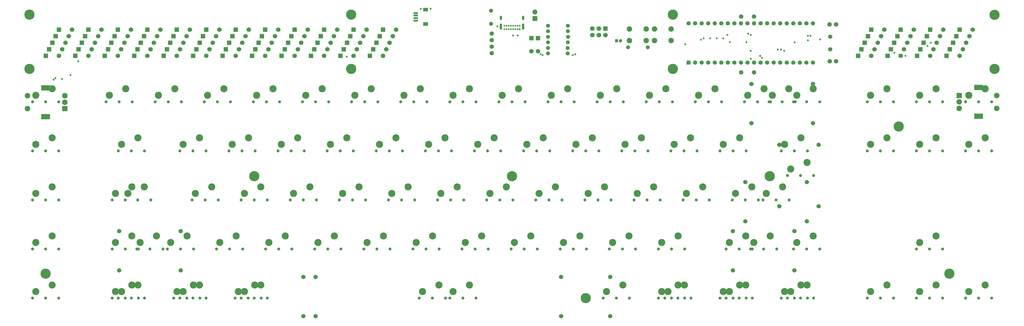
<source format=gbr>
%TF.GenerationSoftware,Altium Limited,Altium Designer,22.1.2 (22)*%
G04 Layer_Color=16711935*
%FSLAX26Y26*%
%MOIN*%
%TF.SameCoordinates,6AB8E791-3C66-40CF-9B94-9E67D8B32DB7*%
%TF.FilePolarity,Negative*%
%TF.FileFunction,Soldermask,Bot*%
%TF.Part,Single*%
G01*
G75*
%TA.AperFunction,ComponentPad*%
%ADD23C,0.025591*%
G04:AMPARAMS|DCode=24|XSize=35.433mil|YSize=94.488mil|CornerRadius=17.716mil|HoleSize=0mil|Usage=FLASHONLY|Rotation=180.000|XOffset=0mil|YOffset=0mil|HoleType=Round|Shape=RoundedRectangle|*
%AMROUNDEDRECTD24*
21,1,0.035433,0.059055,0,0,180.0*
21,1,0.000000,0.094488,0,0,180.0*
1,1,0.035433,0.000000,0.029528*
1,1,0.035433,0.000000,0.029528*
1,1,0.035433,0.000000,-0.029528*
1,1,0.035433,0.000000,-0.029528*
%
%ADD24ROUNDEDRECTD24*%
G04:AMPARAMS|DCode=25|XSize=35.433mil|YSize=66.929mil|CornerRadius=17.716mil|HoleSize=0mil|Usage=FLASHONLY|Rotation=180.000|XOffset=0mil|YOffset=0mil|HoleType=Round|Shape=RoundedRectangle|*
%AMROUNDEDRECTD25*
21,1,0.035433,0.031496,0,0,180.0*
21,1,0.000000,0.066929,0,0,180.0*
1,1,0.035433,0.000000,0.015748*
1,1,0.035433,0.000000,0.015748*
1,1,0.035433,0.000000,-0.015748*
1,1,0.035433,0.000000,-0.015748*
%
%ADD25ROUNDEDRECTD25*%
%ADD26R,0.025591X0.025591*%
%TA.AperFunction,SMDPad,CuDef*%
%ADD43R,0.076772X0.053150*%
%ADD44R,0.066929X0.029528*%
%TA.AperFunction,ComponentPad*%
%ADD45C,0.065906*%
%ADD46C,0.045276*%
%ADD47C,0.108000*%
%ADD48R,0.068898X0.068898*%
G04:AMPARAMS|DCode=49|XSize=68.898mil|YSize=68.898mil|CornerRadius=34.449mil|HoleSize=0mil|Usage=FLASHONLY|Rotation=0.000|XOffset=0mil|YOffset=0mil|HoleType=Round|Shape=RoundedRectangle|*
%AMROUNDEDRECTD49*
21,1,0.068898,0.000000,0,0,0.0*
21,1,0.000000,0.068898,0,0,0.0*
1,1,0.068898,0.000000,0.000000*
1,1,0.068898,0.000000,0.000000*
1,1,0.068898,0.000000,0.000000*
1,1,0.068898,0.000000,0.000000*
%
%ADD49ROUNDEDRECTD49*%
%ADD50R,0.084646X0.084646*%
%ADD51C,0.084646*%
%ADD52R,0.131890X0.084646*%
%ADD53C,0.155906*%
%ADD54C,0.064961*%
%ADD55R,0.064961X0.064961*%
%ADD56C,0.061024*%
G04:AMPARAMS|DCode=57|XSize=61.024mil|YSize=61.024mil|CornerRadius=30.512mil|HoleSize=0mil|Usage=FLASHONLY|Rotation=180.000|XOffset=0mil|YOffset=0mil|HoleType=Round|Shape=RoundedRectangle|*
%AMROUNDEDRECTD57*
21,1,0.061024,0.000000,0,0,180.0*
21,1,0.000000,0.061024,0,0,180.0*
1,1,0.061024,0.000000,0.000000*
1,1,0.061024,0.000000,0.000000*
1,1,0.061024,0.000000,0.000000*
1,1,0.061024,0.000000,0.000000*
%
%ADD57ROUNDEDRECTD57*%
%ADD58C,0.076772*%
%ADD59R,0.076772X0.076772*%
%ADD60C,0.068898*%
%ADD61C,0.067008*%
%ADD62C,0.059134*%
G04:AMPARAMS|DCode=63|XSize=59.134mil|YSize=59.134mil|CornerRadius=29.567mil|HoleSize=0mil|Usage=FLASHONLY|Rotation=180.000|XOffset=0mil|YOffset=0mil|HoleType=Round|Shape=RoundedRectangle|*
%AMROUNDEDRECTD63*
21,1,0.059134,0.000000,0,0,180.0*
21,1,0.000000,0.059134,0,0,180.0*
1,1,0.059134,0.000000,0.000000*
1,1,0.059134,0.000000,0.000000*
1,1,0.059134,0.000000,0.000000*
1,1,0.059134,0.000000,0.000000*
%
%ADD63ROUNDEDRECTD63*%
%ADD64C,0.082756*%
%ADD65R,0.068898X0.068898*%
G04:AMPARAMS|DCode=66|XSize=68.898mil|YSize=68.898mil|CornerRadius=34.449mil|HoleSize=0mil|Usage=FLASHONLY|Rotation=270.000|XOffset=0mil|YOffset=0mil|HoleType=Round|Shape=RoundedRectangle|*
%AMROUNDEDRECTD66*
21,1,0.068898,0.000000,0,0,270.0*
21,1,0.000000,0.068898,0,0,270.0*
1,1,0.068898,0.000000,0.000000*
1,1,0.068898,0.000000,0.000000*
1,1,0.068898,0.000000,0.000000*
1,1,0.068898,0.000000,0.000000*
%
%ADD66ROUNDEDRECTD66*%
%ADD67R,0.070945X0.070945*%
%ADD68C,0.070945*%
%ADD69C,0.051260*%
%ADD70R,0.051260X0.051260*%
%TA.AperFunction,ViaPad*%
%ADD71C,0.029528*%
D23*
X9031732Y4491536D02*
D03*
X8998268D02*
D03*
X9098662Y4544686D02*
D03*
X9132126D02*
D03*
X9065196D02*
D03*
X8964804D02*
D03*
X9031732D02*
D03*
X8998268D02*
D03*
X8964804Y4491536D02*
D03*
X9098662D02*
D03*
X9065196D02*
D03*
X8931338Y4544686D02*
D03*
X8897874Y4491536D02*
D03*
Y4544686D02*
D03*
X8931338Y4491536D02*
D03*
D24*
X9185276Y4530118D02*
D03*
X8844724D02*
D03*
D25*
X9185276Y4663190D02*
D03*
X8844724D02*
D03*
D26*
X9132126Y4491536D02*
D03*
D43*
X7695559Y4569709D02*
D03*
Y4790181D02*
D03*
D44*
X7543000Y4739000D02*
D03*
Y4699630D02*
D03*
Y4660260D02*
D03*
Y4620890D02*
D03*
D45*
X6015250Y106000D02*
D03*
Y706000D02*
D03*
X10515250Y106000D02*
D03*
Y706000D02*
D03*
X12389000Y806000D02*
D03*
Y1406000D02*
D03*
X13329000Y806000D02*
D03*
Y1406000D02*
D03*
X13516500Y2156000D02*
D03*
Y1556000D02*
D03*
X12576500D02*
D03*
Y2156000D02*
D03*
X13610250Y3656000D02*
D03*
Y3056000D02*
D03*
X12670250Y3656000D02*
D03*
Y3056000D02*
D03*
X9765004Y706000D02*
D03*
Y106000D02*
D03*
X5827996Y706000D02*
D03*
Y106000D02*
D03*
X8703976Y4125000D02*
D03*
Y4225000D02*
D03*
Y4325000D02*
D03*
Y4425000D02*
D03*
X3954000Y1406000D02*
D03*
Y806000D02*
D03*
X3014000Y1406000D02*
D03*
Y806000D02*
D03*
X13696500Y2726000D02*
D03*
Y1786000D02*
D03*
X13096500Y2726000D02*
D03*
Y1786000D02*
D03*
D46*
X8065250Y381000D02*
D03*
X8465250D02*
D03*
X8265250D02*
D03*
X12659000Y1131000D02*
D03*
X12859000D02*
D03*
X13059000D02*
D03*
X13315000D02*
D03*
X13715000D02*
D03*
X13515000D02*
D03*
X12485000D02*
D03*
X12685000D02*
D03*
X12285000D02*
D03*
X8265236Y3381000D02*
D03*
X8065236D02*
D03*
X8465236D02*
D03*
X15190250Y1131000D02*
D03*
X15390250D02*
D03*
X15590250D02*
D03*
X12846500Y1881000D02*
D03*
X13246500D02*
D03*
X13046500D02*
D03*
X13340250Y3381000D02*
D03*
X12940250D02*
D03*
X13140250D02*
D03*
X7796500Y381000D02*
D03*
X7996500D02*
D03*
X7596500D02*
D03*
X14840250Y3381000D02*
D03*
X14640250D02*
D03*
X14440250D02*
D03*
X6215250D02*
D03*
X6015250D02*
D03*
X5815250D02*
D03*
X13527750Y381000D02*
D03*
X13327750D02*
D03*
X13127750D02*
D03*
X12590250D02*
D03*
X12390250D02*
D03*
X12190250D02*
D03*
X11652750D02*
D03*
X11452750D02*
D03*
X11252750D02*
D03*
X5277750D02*
D03*
X5077750D02*
D03*
X4877750D02*
D03*
X4340250D02*
D03*
X4140250D02*
D03*
X3940250D02*
D03*
X3402750D02*
D03*
X3202750D02*
D03*
X3002750D02*
D03*
X16340250D02*
D03*
X16140249D02*
D03*
X15940250D02*
D03*
X15590250D02*
D03*
X15390250D02*
D03*
X15190250D02*
D03*
X14840250D02*
D03*
X14640250D02*
D03*
X14440250D02*
D03*
X13621500D02*
D03*
X13421500D02*
D03*
X13221500D02*
D03*
X12684000D02*
D03*
X12484000D02*
D03*
X12284000D02*
D03*
X11746500D02*
D03*
X11546500D02*
D03*
X11346500D02*
D03*
X10809000D02*
D03*
X10609000D02*
D03*
X10409000D02*
D03*
X5184000D02*
D03*
X4984000D02*
D03*
X4784000D02*
D03*
X4246500D02*
D03*
X4046500D02*
D03*
X3846500D02*
D03*
X3309000D02*
D03*
X3109000D02*
D03*
X2909000D02*
D03*
X2090250D02*
D03*
X1890250D02*
D03*
X1690250D02*
D03*
X3309000Y1131000D02*
D03*
X3109000D02*
D03*
X2909000D02*
D03*
X11652750D02*
D03*
X11452750D02*
D03*
X11252750D02*
D03*
X10902750D02*
D03*
X10702750D02*
D03*
X10502750D02*
D03*
X10152750D02*
D03*
X9952750D02*
D03*
X9752750D02*
D03*
X9402750D02*
D03*
X9202750D02*
D03*
X9002750D02*
D03*
X8652750D02*
D03*
X8452750D02*
D03*
X8252750D02*
D03*
X7902750D02*
D03*
X7702750D02*
D03*
X7502750D02*
D03*
X7152750D02*
D03*
X6952750D02*
D03*
X6752750D02*
D03*
X6402750D02*
D03*
X6202750D02*
D03*
X6002750D02*
D03*
X5652750D02*
D03*
X5452750D02*
D03*
X5252750D02*
D03*
X4902750D02*
D03*
X4702750D02*
D03*
X4502750D02*
D03*
X4152750D02*
D03*
X3952750D02*
D03*
X3752750D02*
D03*
X3684000D02*
D03*
X3484000D02*
D03*
X3284000D02*
D03*
X2090250D02*
D03*
X1890250D02*
D03*
X1690250D02*
D03*
X13621500Y2256000D02*
D03*
X13421500D02*
D03*
X13221500D02*
D03*
X12777750Y1881000D02*
D03*
X12577750D02*
D03*
X12377750D02*
D03*
X12027750D02*
D03*
X11827750D02*
D03*
X11627750D02*
D03*
X11277750D02*
D03*
X11077750D02*
D03*
X10877750D02*
D03*
X10527750D02*
D03*
X10327750D02*
D03*
X10127750D02*
D03*
X9777750D02*
D03*
X9577750D02*
D03*
X9377750D02*
D03*
X9027750D02*
D03*
X8827750D02*
D03*
X8627750D02*
D03*
X8277750D02*
D03*
X8077750D02*
D03*
X7877750D02*
D03*
X7527750D02*
D03*
X7327750D02*
D03*
X7127750D02*
D03*
X6777750D02*
D03*
X6577750D02*
D03*
X6377750D02*
D03*
X6027750D02*
D03*
X5827750D02*
D03*
X5627750D02*
D03*
X5277750D02*
D03*
X5077750D02*
D03*
X4877750D02*
D03*
X4527750D02*
D03*
X4327750D02*
D03*
X4127750D02*
D03*
X3496500D02*
D03*
X3296500D02*
D03*
X3109000D02*
D03*
X2909000D02*
D03*
X2090250D02*
D03*
X1890250D02*
D03*
X1690250D02*
D03*
X16340250Y2631000D02*
D03*
X16140249D02*
D03*
X15940250D02*
D03*
X15590250D02*
D03*
X15390250D02*
D03*
X15190250D02*
D03*
X14840250D02*
D03*
X14640250D02*
D03*
X14440250D02*
D03*
X13527750D02*
D03*
X13327750D02*
D03*
X13127750D02*
D03*
X12590250D02*
D03*
X12390250D02*
D03*
X12190250D02*
D03*
X11840250D02*
D03*
X11640250D02*
D03*
X11440250D02*
D03*
X11090250D02*
D03*
X10890250D02*
D03*
X10690250D02*
D03*
X10340250D02*
D03*
X10140250D02*
D03*
X9940250D02*
D03*
X9590250D02*
D03*
X9390250D02*
D03*
X9190250D02*
D03*
X8840250D02*
D03*
X8640250D02*
D03*
X8440250D02*
D03*
X8090250D02*
D03*
X7890250D02*
D03*
X7690250D02*
D03*
X7340250D02*
D03*
X7140250D02*
D03*
X6940250D02*
D03*
X6590250D02*
D03*
X6390250D02*
D03*
X6190250D02*
D03*
X5840250D02*
D03*
X5640250D02*
D03*
X5440250D02*
D03*
X5090250D02*
D03*
X4890250D02*
D03*
X4690250D02*
D03*
X4340250D02*
D03*
X4140250D02*
D03*
X3940250D02*
D03*
X3402750D02*
D03*
X3202750D02*
D03*
X3002750D02*
D03*
X2090250D02*
D03*
X1890250D02*
D03*
X1690250D02*
D03*
X16340250Y3381000D02*
D03*
X16140249D02*
D03*
X15940250D02*
D03*
X15590250D02*
D03*
X15390250D02*
D03*
X15190250D02*
D03*
X13715250D02*
D03*
X13515250D02*
D03*
X13315250D02*
D03*
X12965250D02*
D03*
X12765250D02*
D03*
X12565250D02*
D03*
X12215250D02*
D03*
X12015250D02*
D03*
X11815250D02*
D03*
X11465250D02*
D03*
X11265250D02*
D03*
X11065250D02*
D03*
X10715250D02*
D03*
X10515250D02*
D03*
X10315250D02*
D03*
X9965250D02*
D03*
X9765250D02*
D03*
X9565250D02*
D03*
X9215250D02*
D03*
X9015250D02*
D03*
X8815250D02*
D03*
X7715250D02*
D03*
X7515250D02*
D03*
X7315250D02*
D03*
X6965250D02*
D03*
X6765250D02*
D03*
X6565250D02*
D03*
X5465250D02*
D03*
X5265250D02*
D03*
X5065250D02*
D03*
X4715250D02*
D03*
X4515250D02*
D03*
X4315250D02*
D03*
X3965250D02*
D03*
X3765250D02*
D03*
X3565250D02*
D03*
X3215250D02*
D03*
X3015250D02*
D03*
X2815250D02*
D03*
X2090250D02*
D03*
X1890250D02*
D03*
X1690250D02*
D03*
D47*
X8115250Y481000D02*
D03*
X8365250Y581000D02*
D03*
X12709000Y1231000D02*
D03*
X12959000Y1331000D02*
D03*
X13615000D02*
D03*
X13365000Y1231000D02*
D03*
X12335000D02*
D03*
X12585000Y1331000D02*
D03*
X8365236Y3581000D02*
D03*
X8115236Y3481000D02*
D03*
X15240250Y1231000D02*
D03*
X15490250Y1331000D02*
D03*
X13146500Y2081000D02*
D03*
X12896500Y1981000D02*
D03*
X13240250Y3581000D02*
D03*
X12990250Y3481000D02*
D03*
X7896500Y581000D02*
D03*
X7646500Y481000D02*
D03*
X14740250Y3581000D02*
D03*
X14490250Y3481000D02*
D03*
X6115250Y3581000D02*
D03*
X5865250Y3481000D02*
D03*
X13427750Y581000D02*
D03*
X13177750Y481000D02*
D03*
X12490250Y581000D02*
D03*
X12240250Y481000D02*
D03*
X11552750Y581000D02*
D03*
X11302750Y481000D02*
D03*
X5177750Y581000D02*
D03*
X4927750Y481000D02*
D03*
X4240250Y581000D02*
D03*
X3990250Y481000D02*
D03*
X3302750Y581000D02*
D03*
X3052750Y481000D02*
D03*
X16240250Y581000D02*
D03*
X15990250Y481000D02*
D03*
X15490250Y581000D02*
D03*
X15240250Y481000D02*
D03*
X14740250Y581000D02*
D03*
X14490250Y481000D02*
D03*
X13521500Y581000D02*
D03*
X13271500Y481000D02*
D03*
X12584000Y581000D02*
D03*
X12334000Y481000D02*
D03*
X11646500Y581000D02*
D03*
X11396500Y481000D02*
D03*
X10709000Y581000D02*
D03*
X10459000Y481000D02*
D03*
X5084000Y581000D02*
D03*
X4834000Y481000D02*
D03*
X4146500Y581000D02*
D03*
X3896500Y481000D02*
D03*
X3209000Y581000D02*
D03*
X2959000Y481000D02*
D03*
X1990250Y581000D02*
D03*
X1740250Y481000D02*
D03*
X3209000Y1331000D02*
D03*
X2959000Y1231000D02*
D03*
X11552750Y1331000D02*
D03*
X11302750Y1231000D02*
D03*
X10802750Y1331000D02*
D03*
X10552750Y1231000D02*
D03*
X10052750Y1331000D02*
D03*
X9802750Y1231000D02*
D03*
X9302750Y1331000D02*
D03*
X9052750Y1231000D02*
D03*
X8552750Y1331000D02*
D03*
X8302750Y1231000D02*
D03*
X7802750Y1331000D02*
D03*
X7552750Y1231000D02*
D03*
X7052750Y1331000D02*
D03*
X6802750Y1231000D02*
D03*
X6302750Y1331000D02*
D03*
X6052750Y1231000D02*
D03*
X5552750Y1331000D02*
D03*
X5302750Y1231000D02*
D03*
X4802750Y1331000D02*
D03*
X4552750Y1231000D02*
D03*
X4052750Y1331000D02*
D03*
X3802750Y1231000D02*
D03*
X3584000Y1331000D02*
D03*
X3334000Y1231000D02*
D03*
X1990250Y1331000D02*
D03*
X1740250Y1231000D02*
D03*
X13521500Y2456000D02*
D03*
X13271500Y2356000D02*
D03*
X12677750Y2081000D02*
D03*
X12427750Y1981000D02*
D03*
X11927750Y2081000D02*
D03*
X11677750Y1981000D02*
D03*
X11177750Y2081000D02*
D03*
X10927750Y1981000D02*
D03*
X10427750Y2081000D02*
D03*
X10177750Y1981000D02*
D03*
X9677750Y2081000D02*
D03*
X9427750Y1981000D02*
D03*
X8927750Y2081000D02*
D03*
X8677750Y1981000D02*
D03*
X8177750Y2081000D02*
D03*
X7927750Y1981000D02*
D03*
X7427750Y2081000D02*
D03*
X7177750Y1981000D02*
D03*
X6677750Y2081000D02*
D03*
X6427750Y1981000D02*
D03*
X5927750Y2081000D02*
D03*
X5677750Y1981000D02*
D03*
X5177750Y2081000D02*
D03*
X4927750Y1981000D02*
D03*
X4427750Y2081000D02*
D03*
X4177750Y1981000D02*
D03*
X3209000Y2081000D02*
D03*
X3396500D02*
D03*
X3146500Y1981000D02*
D03*
X2959000D02*
D03*
X1990250Y2081000D02*
D03*
X1740250Y1981000D02*
D03*
X16240250Y2831000D02*
D03*
X15990250Y2731000D02*
D03*
X15490250Y2831000D02*
D03*
X15240250Y2731000D02*
D03*
X14740250Y2831000D02*
D03*
X14490250Y2731000D02*
D03*
X13427750Y2831000D02*
D03*
X13177750Y2731000D02*
D03*
X12490250Y2831000D02*
D03*
X12240250Y2731000D02*
D03*
X11740250Y2831000D02*
D03*
X11490250Y2731000D02*
D03*
X10990250Y2831000D02*
D03*
X10740250Y2731000D02*
D03*
X10240250Y2831000D02*
D03*
X9990250Y2731000D02*
D03*
X9490250Y2831000D02*
D03*
X9240250Y2731000D02*
D03*
X8740250Y2831000D02*
D03*
X8490250Y2731000D02*
D03*
X7990250Y2831000D02*
D03*
X7740250Y2731000D02*
D03*
X7240250Y2831000D02*
D03*
X6990250Y2731000D02*
D03*
X6490250Y2831000D02*
D03*
X6240250Y2731000D02*
D03*
X5740250Y2831000D02*
D03*
X5490250Y2731000D02*
D03*
X4990250Y2831000D02*
D03*
X4740250Y2731000D02*
D03*
X4240250Y2831000D02*
D03*
X3990250Y2731000D02*
D03*
X3302750Y2831000D02*
D03*
X3052750Y2731000D02*
D03*
X1990250Y2831000D02*
D03*
X1740250Y2731000D02*
D03*
X16240250Y3581000D02*
D03*
X15990250Y3481000D02*
D03*
X15490250Y3581000D02*
D03*
X15240250Y3481000D02*
D03*
X13615250Y3581000D02*
D03*
X13365250Y3481000D02*
D03*
X12865250Y3581000D02*
D03*
X12615250Y3481000D02*
D03*
X12115250Y3581000D02*
D03*
X11865250Y3481000D02*
D03*
X11365250Y3581000D02*
D03*
X11115250Y3481000D02*
D03*
X10615250Y3581000D02*
D03*
X10365250Y3481000D02*
D03*
X9865250Y3581000D02*
D03*
X9615250Y3481000D02*
D03*
X9115250Y3581000D02*
D03*
X8865250Y3481000D02*
D03*
X7615250Y3581000D02*
D03*
X7365250Y3481000D02*
D03*
X6865250Y3581000D02*
D03*
X6615250Y3481000D02*
D03*
X5365250Y3581000D02*
D03*
X5115250Y3481000D02*
D03*
X4615250Y3581000D02*
D03*
X4365250Y3481000D02*
D03*
X3865250Y3581000D02*
D03*
X3615250Y3481000D02*
D03*
X3115250Y3581000D02*
D03*
X2865250Y3481000D02*
D03*
X1990250Y3581000D02*
D03*
X1740250Y3481000D02*
D03*
D48*
X7045000Y4485000D02*
D03*
X15850000D02*
D03*
X15250000Y4185000D02*
D03*
X15200000Y4085000D02*
D03*
X14950000Y4485000D02*
D03*
X14900000Y4385000D02*
D03*
X14850000Y4285000D02*
D03*
X6995000Y4385000D02*
D03*
X6595000Y4485000D02*
D03*
X4145000Y4085000D02*
D03*
X2445000Y4285000D02*
D03*
X2395000Y4185000D02*
D03*
X2345000Y4085000D02*
D03*
X2095000Y4485000D02*
D03*
X15300000Y4285000D02*
D03*
X14800000Y4185000D02*
D03*
X6395000Y4085000D02*
D03*
X5995000Y4185000D02*
D03*
X5595000Y4285000D02*
D03*
X5195000Y4385000D02*
D03*
X4795000Y4485000D02*
D03*
X4595000Y4085000D02*
D03*
X4195000Y4185000D02*
D03*
X3745000D02*
D03*
X3345000Y4285000D02*
D03*
X2945000Y4385000D02*
D03*
X2545000Y4485000D02*
D03*
X2495000Y4385000D02*
D03*
X2045000D02*
D03*
X14750000Y4085000D02*
D03*
X6845000D02*
D03*
X6445000Y4185000D02*
D03*
X6045000Y4285000D02*
D03*
X5645000Y4385000D02*
D03*
X5245000Y4485000D02*
D03*
X5045000Y4085000D02*
D03*
X4645000Y4185000D02*
D03*
X4245000Y4285000D02*
D03*
X3795000D02*
D03*
X3395000Y4385000D02*
D03*
X2995000Y4485000D02*
D03*
X2795000Y4085000D02*
D03*
X1995000Y4285000D02*
D03*
X15650000Y4085000D02*
D03*
X15400000Y4485000D02*
D03*
X15350000Y4385000D02*
D03*
X14500000Y4485000D02*
D03*
X14450000Y4385000D02*
D03*
X6895000Y4185000D02*
D03*
X6495000Y4285000D02*
D03*
X6095000Y4385000D02*
D03*
X5695000Y4485000D02*
D03*
X5495000Y4085000D02*
D03*
X5095000Y4185000D02*
D03*
X4695000Y4285000D02*
D03*
X4295000Y4385000D02*
D03*
X3845000D02*
D03*
X3445000Y4485000D02*
D03*
X3245000Y4085000D02*
D03*
X2845000Y4185000D02*
D03*
X1945000D02*
D03*
X15800000Y4385000D02*
D03*
X15750000Y4285000D02*
D03*
X15700000Y4185000D02*
D03*
X14350000D02*
D03*
X14300000Y4085000D02*
D03*
X14400000Y4285000D02*
D03*
X6945000D02*
D03*
X6545000Y4385000D02*
D03*
X6145000Y4485000D02*
D03*
X5945000Y4085000D02*
D03*
X5545000Y4185000D02*
D03*
X5145000Y4285000D02*
D03*
X4745000Y4385000D02*
D03*
X4345000Y4485000D02*
D03*
X3895000D02*
D03*
X3695000Y4085000D02*
D03*
X3295000Y4185000D02*
D03*
X2895000Y4285000D02*
D03*
X1895000Y4085000D02*
D03*
D49*
X7245000Y4485000D02*
D03*
X16049999D02*
D03*
X15450000Y4185000D02*
D03*
X15400000Y4085000D02*
D03*
X15150000Y4485000D02*
D03*
X15100000Y4385000D02*
D03*
X15050000Y4285000D02*
D03*
X7195000Y4385000D02*
D03*
X6795000Y4485000D02*
D03*
X4345000Y4085000D02*
D03*
X2645000Y4285000D02*
D03*
X2595000Y4185000D02*
D03*
X2545000Y4085000D02*
D03*
X2295000Y4485000D02*
D03*
X15500000Y4285000D02*
D03*
X15000000Y4185000D02*
D03*
X6595000Y4085000D02*
D03*
X6195000Y4185000D02*
D03*
X5795000Y4285000D02*
D03*
X5395000Y4385000D02*
D03*
X4995000Y4485000D02*
D03*
X4795000Y4085000D02*
D03*
X4395000Y4185000D02*
D03*
X3945000D02*
D03*
X3545000Y4285000D02*
D03*
X3145000Y4385000D02*
D03*
X2745000Y4485000D02*
D03*
X2695000Y4385000D02*
D03*
X2245000D02*
D03*
X14950000Y4085000D02*
D03*
X7045000D02*
D03*
X6645000Y4185000D02*
D03*
X6245000Y4285000D02*
D03*
X5845000Y4385000D02*
D03*
X5445000Y4485000D02*
D03*
X5245000Y4085000D02*
D03*
X4845000Y4185000D02*
D03*
X4445000Y4285000D02*
D03*
X3995000D02*
D03*
X3595000Y4385000D02*
D03*
X3195000Y4485000D02*
D03*
X2995000Y4085000D02*
D03*
X2195000Y4285000D02*
D03*
X15850000Y4085000D02*
D03*
X15600000Y4485000D02*
D03*
X15550000Y4385000D02*
D03*
X14700000Y4485000D02*
D03*
X14650000Y4385000D02*
D03*
X7095000Y4185000D02*
D03*
X6695000Y4285000D02*
D03*
X6295000Y4385000D02*
D03*
X5895000Y4485000D02*
D03*
X5695000Y4085000D02*
D03*
X5295000Y4185000D02*
D03*
X4895000Y4285000D02*
D03*
X4495000Y4385000D02*
D03*
X4045000D02*
D03*
X3645000Y4485000D02*
D03*
X3445000Y4085000D02*
D03*
X3045000Y4185000D02*
D03*
X2145000D02*
D03*
X16000000Y4385000D02*
D03*
X15950000Y4285000D02*
D03*
X15900000Y4185000D02*
D03*
X14550000D02*
D03*
X14500000Y4085000D02*
D03*
X14600000Y4285000D02*
D03*
X7145000D02*
D03*
X6745000Y4385000D02*
D03*
X6345000Y4485000D02*
D03*
X6145000Y4085000D02*
D03*
X5745000Y4185000D02*
D03*
X5345000Y4285000D02*
D03*
X4945000Y4385000D02*
D03*
X4545000Y4485000D02*
D03*
X4095000D02*
D03*
X3895000Y4085000D02*
D03*
X3495000Y4185000D02*
D03*
X3095000Y4285000D02*
D03*
X2095000Y4085000D02*
D03*
D50*
X2185276Y3276102D02*
D03*
X15846134Y3478850D02*
D03*
D51*
X2185276Y3374528D02*
D03*
Y3472953D02*
D03*
X1614409Y3276102D02*
D03*
X1614409Y3472953D02*
D03*
X16417000Y3282000D02*
D03*
X15846134D02*
D03*
Y3380426D02*
D03*
X16417000Y3478850D02*
D03*
D52*
X1890000Y3154055D02*
D03*
Y3595000D02*
D03*
X16141411Y3159954D02*
D03*
Y3600898D02*
D03*
D53*
X9015000Y2245000D02*
D03*
X5077992D02*
D03*
X12952008D02*
D03*
X14920512Y3005000D02*
D03*
X1645000Y3885000D02*
D03*
Y4715000D02*
D03*
X16385000Y3885000D02*
D03*
X11471654D02*
D03*
X6558330Y4715000D02*
D03*
Y3885000D02*
D03*
X1890000Y755000D02*
D03*
X10140000Y380000D02*
D03*
X15695000Y755000D02*
D03*
X11471660Y4715000D02*
D03*
X16385000Y4712500D02*
D03*
D54*
X12010000Y3980000D02*
D03*
X11910000D02*
D03*
X11810000D02*
D03*
X12410000D02*
D03*
X12310000D02*
D03*
X12210000D02*
D03*
X12110000D02*
D03*
X11710000Y4580000D02*
D03*
X11910000D02*
D03*
X11810000D02*
D03*
X12410000D02*
D03*
X12110000D02*
D03*
X12010000D02*
D03*
X12310000D02*
D03*
X12210000D02*
D03*
X12910000Y3980000D02*
D03*
X13110000D02*
D03*
X13010000D02*
D03*
X12610000D02*
D03*
X12510000D02*
D03*
X12810000D02*
D03*
X12710000D02*
D03*
X13410000D02*
D03*
X13610000D02*
D03*
X13510000D02*
D03*
X13310000D02*
D03*
X13210000D02*
D03*
X12910000Y4580000D02*
D03*
X12610000D02*
D03*
X12510000D02*
D03*
X12810000D02*
D03*
X12710000D02*
D03*
X13410000D02*
D03*
X13610000D02*
D03*
X13510000D02*
D03*
X13110000D02*
D03*
X13010000D02*
D03*
X13310000D02*
D03*
X13210000D02*
D03*
X13875000Y4185000D02*
D03*
Y4377126D02*
D03*
D55*
X11710000Y3980000D02*
D03*
D56*
X9865000Y4120000D02*
D03*
X8695000Y4775394D02*
D03*
Y4574606D02*
D03*
D57*
X9565000Y4120000D02*
D03*
D58*
X9365000Y4755000D02*
D03*
D59*
Y4655000D02*
D03*
D60*
X13963426Y4565000D02*
D03*
X13865000D02*
D03*
X13965000Y4000000D02*
D03*
X13866574D02*
D03*
D61*
X12710000Y4685000D02*
D03*
X12513150D02*
D03*
X12711850Y3830000D02*
D03*
X12515000D02*
D03*
D62*
X9870000Y4375000D02*
D03*
X9565000Y4290000D02*
D03*
X9865000Y4205000D02*
D03*
X9867000Y4545000D02*
D03*
X9867000Y4460000D02*
D03*
X10787000Y4214000D02*
D03*
D63*
X9565000Y4375000D02*
D03*
X9867500Y4290000D02*
D03*
X9565000Y4205000D02*
D03*
Y4545000D02*
D03*
X9565000Y4460000D02*
D03*
X11087000Y4214000D02*
D03*
D64*
X11065000Y4495000D02*
D03*
Y4317834D02*
D03*
X10809094Y4495000D02*
D03*
Y4317834D02*
D03*
X11445906Y4495001D02*
D03*
Y4317834D02*
D03*
X11190000Y4495001D02*
D03*
Y4317834D02*
D03*
D65*
X9310000Y4355000D02*
D03*
X9410000D02*
D03*
D66*
X9310000Y4155000D02*
D03*
X9410000Y4155000D02*
D03*
D67*
X10440000Y4500000D02*
D03*
D68*
X10340000Y4500000D02*
D03*
X10440000Y4400000D02*
D03*
X10340000Y4400000D02*
D03*
X10240000Y4500000D02*
D03*
X10240000Y4400000D02*
D03*
D69*
X10670000Y4315000D02*
D03*
D70*
X10610944D02*
D03*
D71*
X15360000Y4235000D02*
D03*
X15025000Y4085000D02*
D03*
X15410000Y4285000D02*
D03*
X2270000Y3790000D02*
D03*
X7620000Y4805000D02*
D03*
X7770000D02*
D03*
X2015000Y3720000D02*
D03*
X2040000Y3745000D02*
D03*
X2140000Y3730000D02*
D03*
X9100000Y4395000D02*
D03*
X9030000D02*
D03*
X13721778Y4332817D02*
D03*
X13170000Y4160000D02*
D03*
X11900000Y4330000D02*
D03*
X12594599Y4291569D02*
D03*
X12620000Y4425000D02*
D03*
X12305000Y4405000D02*
D03*
X13575000Y4390000D02*
D03*
X13535000D02*
D03*
X12660000Y4405000D02*
D03*
X13330000Y4290000D02*
D03*
X13535423Y4320423D02*
D03*
X12340000Y4295000D02*
D03*
X13075000Y4180000D02*
D03*
X13125000D02*
D03*
X12660000Y4160000D02*
D03*
Y4040000D02*
D03*
X12240000Y4350000D02*
D03*
X12140000D02*
D03*
X12040000D02*
D03*
X11939936Y4350064D02*
D03*
X11660000Y4260000D02*
D03*
X12830000Y4055000D02*
D03*
X12804738Y4084625D02*
D03*
X9980000Y4106811D02*
D03*
X9450000Y4110000D02*
D03*
X9945000Y4095000D02*
D03*
X9480000D02*
D03*
X14855000Y4130000D02*
D03*
X8790000Y4535000D02*
D03*
X6490000Y4070000D02*
D03*
X2387000Y4000189D02*
D03*
%TF.MD5,a063ddfd06fdea86030868f7a566f309*%
M02*

</source>
